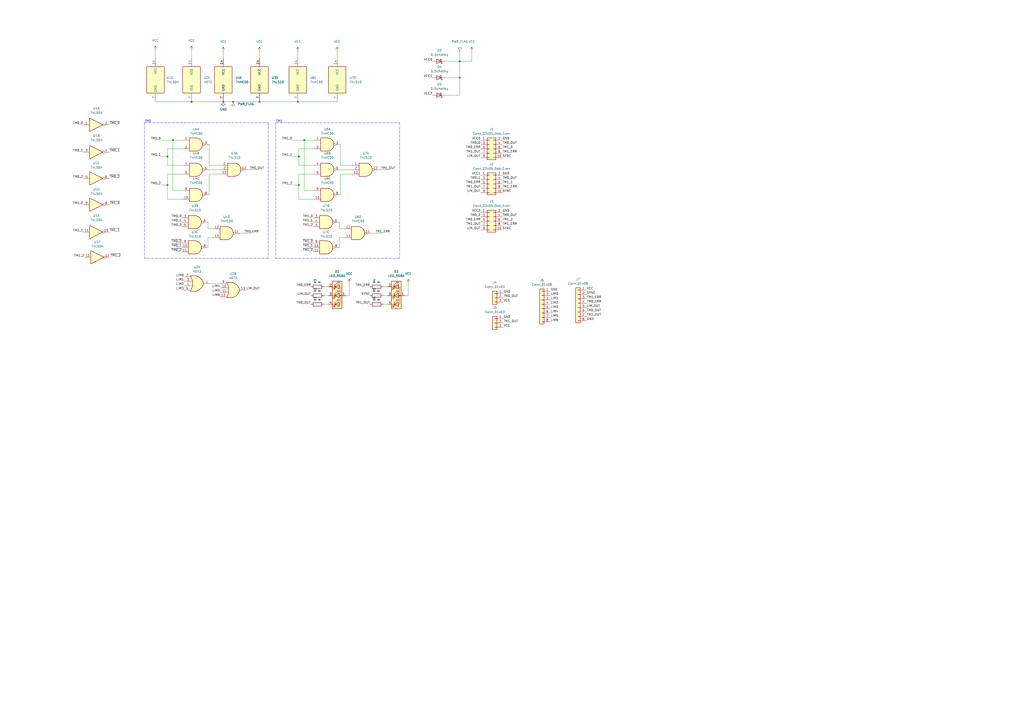
<source format=kicad_sch>
(kicad_sch (version 20211123) (generator eeschema)
  (paper "A2")
  (lib_symbols
    (symbol "4xxx:4072" (pin_names (offset 1.016))
      (property "Reference" "U" (at 0 1.27 0))
      (property "Value" "4072" (at 0 -1.27 0))
      (symbol "4072_1_1"
        (arc (start -3.81 -4.445) (mid -2.5908 0) (end -3.81 4.445) (stroke (width 0.254)))
        (arc (start -0.6096 -4.445) (mid 2.224 -2.8428) (end 3.81 0) (stroke (width 0.254)) (fill (type background)))
        (polyline (pts (xy -3.81 -4.445) (xy -0.635 -4.445)) (stroke (width 0.254)) (fill (type background)))
        (polyline (pts (xy -3.81 4.445) (xy -0.635 4.445)) (stroke (width 0.254)) (fill (type background)))
        (polyline (pts (xy -0.635 4.445) (xy -3.81 4.445) (xy -3.81 4.445) (xy -3.6322 4.0894) (xy -3.0988 2.921) (xy -2.7686 1.6764) (xy -2.6162 0.4318) (xy -2.6416 -0.8636) (xy -2.8702 -2.1082) (xy -3.2512 -3.3274) (xy -3.81 -4.445) (xy -3.81 -4.445) (xy -0.635 -4.445)) (stroke (width -25.4)) (fill (type background)))
        (arc (start 3.81 0) (mid 2.2198 2.8386) (end -0.6096 4.445) (stroke (width 0.254)) (fill (type background)))
        (pin output line (at 7.62 0 180) (length 3.81) (name "~") (number "1"))
        (pin input line (at -7.62 3.81 0) (length 3.81) (name "~") (number "2"))
        (pin input line (at -7.62 1.27 0) (length 4.826) (name "~") (number "3"))
        (pin input line (at -7.62 -1.27 0) (length 4.826) (name "~") (number "4"))
        (pin input line (at -7.62 -3.81 0) (length 3.81) (name "~") (number "5"))
      )
      (symbol "4072_1_2"
        (arc (start -0.635 -4.445) (mid 3.81 0) (end -0.635 4.445) (stroke (width 0.254)) (fill (type background)))
        (polyline (pts (xy -0.635 4.445) (xy -3.81 4.445) (xy -3.81 -4.445) (xy -0.635 -4.445)) (stroke (width 0.254)) (fill (type background)))
        (pin output inverted (at 7.62 0 180) (length 3.81) (name "~") (number "1"))
        (pin input inverted (at -7.62 3.81 0) (length 3.81) (name "~") (number "2"))
        (pin input inverted (at -7.62 1.27 0) (length 3.81) (name "~") (number "3"))
        (pin input inverted (at -7.62 -1.27 0) (length 3.81) (name "~") (number "4"))
        (pin input inverted (at -7.62 -3.81 0) (length 3.81) (name "~") (number "5"))
      )
      (symbol "4072_2_1"
        (arc (start -3.81 -4.445) (mid -2.5908 0) (end -3.81 4.445) (stroke (width 0.254)))
        (arc (start -0.6096 -4.445) (mid 2.224 -2.8428) (end 3.81 0) (stroke (width 0.254)) (fill (type background)))
        (polyline (pts (xy -3.81 -4.445) (xy -0.635 -4.445)) (stroke (width 0.254)) (fill (type background)))
        (polyline (pts (xy -3.81 4.445) (xy -0.635 4.445)) (stroke (width 0.254)) (fill (type background)))
        (polyline (pts (xy -0.635 4.445) (xy -3.81 4.445) (xy -3.81 4.445) (xy -3.6322 4.0894) (xy -3.0988 2.921) (xy -2.7686 1.6764) (xy -2.6162 0.4318) (xy -2.6416 -0.8636) (xy -2.8702 -2.1082) (xy -3.2512 -3.3274) (xy -3.81 -4.445) (xy -3.81 -4.445) (xy -0.635 -4.445)) (stroke (width -25.4)) (fill (type background)))
        (arc (start 3.81 0) (mid 2.2198 2.8386) (end -0.6096 4.445) (stroke (width 0.254)) (fill (type background)))
        (pin input line (at -7.62 1.27 0) (length 4.826) (name "~") (number "10"))
        (pin input line (at -7.62 -1.27 0) (length 4.826) (name "~") (number "11"))
        (pin input line (at -7.62 -3.81 0) (length 3.81) (name "~") (number "12"))
        (pin output line (at 7.62 0 180) (length 3.81) (name "~") (number "13"))
        (pin input line (at -7.62 3.81 0) (length 3.81) (name "~") (number "9"))
      )
      (symbol "4072_2_2"
        (arc (start -0.635 -4.445) (mid 3.81 0) (end -0.635 4.445) (stroke (width 0.254)) (fill (type background)))
        (polyline (pts (xy -0.635 4.445) (xy -3.81 4.445) (xy -3.81 -4.445) (xy -0.635 -4.445)) (stroke (width 0.254)) (fill (type background)))
        (pin input inverted (at -7.62 1.27 0) (length 3.81) (name "~") (number "10"))
        (pin input inverted (at -7.62 -1.27 0) (length 3.81) (name "~") (number "11"))
        (pin input inverted (at -7.62 -3.81 0) (length 3.81) (name "~") (number "12"))
        (pin output inverted (at 7.62 0 180) (length 3.81) (name "~") (number "13"))
        (pin input inverted (at -7.62 3.81 0) (length 3.81) (name "~") (number "9"))
      )
      (symbol "4072_3_0"
        (pin power_in line (at 0 12.7 270) (length 5.08) (name "VDD") (number "14"))
        (pin power_in line (at 0 -12.7 90) (length 5.08) (name "VSS") (number "7"))
      )
      (symbol "4072_3_1"
        (rectangle (start -5.08 7.62) (end 5.08 -7.62) (stroke (width 0.254)) (fill (type background)))
      )
    )
    (symbol "74xx:74HC00" (pin_names (offset 1.016))
      (property "Reference" "U" (at 0 1.27 0))
      (property "Value" "74HC00" (at 0 -1.27 0))
      (symbol "74HC00_1_1"
        (arc (start 0 -3.81) (mid 3.81 0) (end 0 3.81) (stroke (width 0.254)) (fill (type background)))
        (polyline (pts (xy 0 3.81) (xy -3.81 3.81) (xy -3.81 -3.81) (xy 0 -3.81)) (stroke (width 0.254)) (fill (type background)))
        (pin input line (at -7.62 2.54 0) (length 3.81) (name "~") (number "1"))
        (pin input line (at -7.62 -2.54 0) (length 3.81) (name "~") (number "2"))
        (pin output inverted (at 7.62 0 180) (length 3.81) (name "~") (number "3"))
      )
      (symbol "74HC00_1_2"
        (arc (start -3.81 -3.81) (mid -2.589 0) (end -3.81 3.81) (stroke (width 0.254)))
        (arc (start -0.6096 -3.81) (mid 2.1855 -2.584) (end 3.81 0) (stroke (width 0.254)) (fill (type background)))
        (polyline (pts (xy -3.81 -3.81) (xy -0.635 -3.81)) (stroke (width 0.254)) (fill (type background)))
        (polyline (pts (xy -3.81 3.81) (xy -0.635 3.81)) (stroke (width 0.254)) (fill (type background)))
        (polyline (pts (xy -0.635 3.81) (xy -3.81 3.81) (xy -3.81 3.81) (xy -3.556 3.4036) (xy -3.0226 2.2606) (xy -2.6924 1.0414) (xy -2.6162 -0.254) (xy -2.7686 -1.4986) (xy -3.175 -2.7178) (xy -3.81 -3.81) (xy -3.81 -3.81) (xy -0.635 -3.81)) (stroke (width -25.4)) (fill (type background)))
        (arc (start 3.81 0) (mid 2.1928 2.5925) (end -0.6096 3.81) (stroke (width 0.254)) (fill (type background)))
        (pin input inverted (at -7.62 2.54 0) (length 4.318) (name "~") (number "1"))
        (pin input inverted (at -7.62 -2.54 0) (length 4.318) (name "~") (number "2"))
        (pin output line (at 7.62 0 180) (length 3.81) (name "~") (number "3"))
      )
      (symbol "74HC00_2_1"
        (arc (start 0 -3.81) (mid 3.81 0) (end 0 3.81) (stroke (width 0.254)) (fill (type background)))
        (polyline (pts (xy 0 3.81) (xy -3.81 3.81) (xy -3.81 -3.81) (xy 0 -3.81)) (stroke (width 0.254)) (fill (type background)))
        (pin input line (at -7.62 2.54 0) (length 3.81) (name "~") (number "4"))
        (pin input line (at -7.62 -2.54 0) (length 3.81) (name "~") (number "5"))
        (pin output inverted (at 7.62 0 180) (length 3.81) (name "~") (number "6"))
      )
      (symbol "74HC00_2_2"
        (arc (start -3.81 -3.81) (mid -2.589 0) (end -3.81 3.81) (stroke (width 0.254)))
        (arc (start -0.6096 -3.81) (mid 2.1855 -2.584) (end 3.81 0) (stroke (width 0.254)) (fill (type background)))
        (polyline (pts (xy -3.81 -3.81) (xy -0.635 -3.81)) (stroke (width 0.254)) (fill (type background)))
        (polyline (pts (xy -3.81 3.81) (xy -0.635 3.81)) (stroke (width 0.254)) (fill (type background)))
        (polyline (pts (xy -0.635 3.81) (xy -3.81 3.81) (xy -3.81 3.81) (xy -3.556 3.4036) (xy -3.0226 2.2606) (xy -2.6924 1.0414) (xy -2.6162 -0.254) (xy -2.7686 -1.4986) (xy -3.175 -2.7178) (xy -3.81 -3.81) (xy -3.81 -3.81) (xy -0.635 -3.81)) (stroke (width -25.4)) (fill (type background)))
        (arc (start 3.81 0) (mid 2.1928 2.5925) (end -0.6096 3.81) (stroke (width 0.254)) (fill (type background)))
        (pin input inverted (at -7.62 2.54 0) (length 4.318) (name "~") (number "4"))
        (pin input inverted (at -7.62 -2.54 0) (length 4.318) (name "~") (number "5"))
        (pin output line (at 7.62 0 180) (length 3.81) (name "~") (number "6"))
      )
      (symbol "74HC00_3_1"
        (arc (start 0 -3.81) (mid 3.81 0) (end 0 3.81) (stroke (width 0.254)) (fill (type background)))
        (polyline (pts (xy 0 3.81) (xy -3.81 3.81) (xy -3.81 -3.81) (xy 0 -3.81)) (stroke (width 0.254)) (fill (type background)))
        (pin input line (at -7.62 -2.54 0) (length 3.81) (name "~") (number "10"))
        (pin output inverted (at 7.62 0 180) (length 3.81) (name "~") (number "8"))
        (pin input line (at -7.62 2.54 0) (length 3.81) (name "~") (number "9"))
      )
      (symbol "74HC00_3_2"
        (arc (start -3.81 -3.81) (mid -2.589 0) (end -3.81 3.81) (stroke (width 0.254)))
        (arc (start -0.6096 -3.81) (mid 2.1855 -2.584) (end 3.81 0) (stroke (width 0.254)) (fill (type background)))
        (polyline (pts (xy -3.81 -3.81) (xy -0.635 -3.81)) (stroke (width 0.254)) (fill (type background)))
        (polyline (pts (xy -3.81 3.81) (xy -0.635 3.81)) (stroke (width 0.254)) (fill (type background)))
        (polyline (pts (xy -0.635 3.81) (xy -3.81 3.81) (xy -3.81 3.81) (xy -3.556 3.4036) (xy -3.0226 2.2606) (xy -2.6924 1.0414) (xy -2.6162 -0.254) (xy -2.7686 -1.4986) (xy -3.175 -2.7178) (xy -3.81 -3.81) (xy -3.81 -3.81) (xy -0.635 -3.81)) (stroke (width -25.4)) (fill (type background)))
        (arc (start 3.81 0) (mid 2.1928 2.5925) (end -0.6096 3.81) (stroke (width 0.254)) (fill (type background)))
        (pin input inverted (at -7.62 -2.54 0) (length 4.318) (name "~") (number "10"))
        (pin output line (at 7.62 0 180) (length 3.81) (name "~") (number "8"))
        (pin input inverted (at -7.62 2.54 0) (length 4.318) (name "~") (number "9"))
      )
      (symbol "74HC00_4_1"
        (arc (start 0 -3.81) (mid 3.81 0) (end 0 3.81) (stroke (width 0.254)) (fill (type background)))
        (polyline (pts (xy 0 3.81) (xy -3.81 3.81) (xy -3.81 -3.81) (xy 0 -3.81)) (stroke (width 0.254)) (fill (type background)))
        (pin output inverted (at 7.62 0 180) (length 3.81) (name "~") (number "11"))
        (pin input line (at -7.62 2.54 0) (length 3.81) (name "~") (number "12"))
        (pin input line (at -7.62 -2.54 0) (length 3.81) (name "~") (number "13"))
      )
      (symbol "74HC00_4_2"
        (arc (start -3.81 -3.81) (mid -2.589 0) (end -3.81 3.81) (stroke (width 0.254)))
        (arc (start -0.6096 -3.81) (mid 2.1855 -2.584) (end 3.81 0) (stroke (width 0.254)) (fill (type background)))
        (polyline (pts (xy -3.81 -3.81) (xy -0.635 -3.81)) (stroke (width 0.254)) (fill (type background)))
        (polyline (pts (xy -3.81 3.81) (xy -0.635 3.81)) (stroke (width 0.254)) (fill (type background)))
        (polyline (pts (xy -0.635 3.81) (xy -3.81 3.81) (xy -3.81 3.81) (xy -3.556 3.4036) (xy -3.0226 2.2606) (xy -2.6924 1.0414) (xy -2.6162 -0.254) (xy -2.7686 -1.4986) (xy -3.175 -2.7178) (xy -3.81 -3.81) (xy -3.81 -3.81) (xy -0.635 -3.81)) (stroke (width -25.4)) (fill (type background)))
        (arc (start 3.81 0) (mid 2.1928 2.5925) (end -0.6096 3.81) (stroke (width 0.254)) (fill (type background)))
        (pin output line (at 7.62 0 180) (length 3.81) (name "~") (number "11"))
        (pin input inverted (at -7.62 2.54 0) (length 4.318) (name "~") (number "12"))
        (pin input inverted (at -7.62 -2.54 0) (length 4.318) (name "~") (number "13"))
      )
      (symbol "74HC00_5_0"
        (pin power_in line (at 0 12.7 270) (length 5.08) (name "VCC") (number "14"))
        (pin power_in line (at 0 -12.7 90) (length 5.08) (name "GND") (number "7"))
      )
      (symbol "74HC00_5_1"
        (rectangle (start -5.08 7.62) (end 5.08 -7.62) (stroke (width 0.254)) (fill (type background)))
      )
    )
    (symbol "74xx:74LS04"
      (property "Reference" "U" (at 0 1.27 0))
      (property "Value" "74LS04" (at 0 -1.27 0))
      (symbol "74LS04_1_0"
        (polyline (pts (xy -3.81 3.81) (xy -3.81 -3.81) (xy 3.81 0) (xy -3.81 3.81)) (stroke (width 0.254)) (fill (type background)))
        (pin input line (at -7.62 0 0) (length 3.81) (name "~") (number "1"))
        (pin output inverted (at 7.62 0 180) (length 3.81) (name "~") (number "2"))
      )
      (symbol "74LS04_2_0"
        (polyline (pts (xy -3.81 3.81) (xy -3.81 -3.81) (xy 3.81 0) (xy -3.81 3.81)) (stroke (width 0.254)) (fill (type background)))
        (pin input line (at -7.62 0 0) (length 3.81) (name "~") (number "3"))
        (pin output inverted (at 7.62 0 180) (length 3.81) (name "~") (number "4"))
      )
      (symbol "74LS04_3_0"
        (polyline (pts (xy -3.81 3.81) (xy -3.81 -3.81) (xy 3.81 0) (xy -3.81 3.81)) (stroke (width 0.254)) (fill (type background)))
        (pin input line (at -7.62 0 0) (length 3.81) (name "~") (number "5"))
        (pin output inverted (at 7.62 0 180) (length 3.81) (name "~") (number "6"))
      )
      (symbol "74LS04_4_0"
        (polyline (pts (xy -3.81 3.81) (xy -3.81 -3.81) (xy 3.81 0) (xy -3.81 3.81)) (stroke (width 0.254)) (fill (type background)))
        (pin output inverted (at 7.62 0 180) (length 3.81) (name "~") (number "8"))
        (pin input line (at -7.62 0 0) (length 3.81) (name "~") (number "9"))
      )
      (symbol "74LS04_5_0"
        (polyline (pts (xy -3.81 3.81) (xy -3.81 -3.81) (xy 3.81 0) (xy -3.81 3.81)) (stroke (width 0.254)) (fill (type background)))
        (pin output inverted (at 7.62 0 180) (length 3.81) (name "~") (number "10"))
        (pin input line (at -7.62 0 0) (length 3.81) (name "~") (number "11"))
      )
      (symbol "74LS04_6_0"
        (polyline (pts (xy -3.81 3.81) (xy -3.81 -3.81) (xy 3.81 0) (xy -3.81 3.81)) (stroke (width 0.254)) (fill (type background)))
        (pin output inverted (at 7.62 0 180) (length 3.81) (name "~") (number "12"))
        (pin input line (at -7.62 0 0) (length 3.81) (name "~") (number "13"))
      )
      (symbol "74LS04_7_0"
        (pin power_in line (at 0 12.7 270) (length 5.08) (name "VCC") (number "14"))
        (pin power_in line (at 0 -12.7 90) (length 5.08) (name "GND") (number "7"))
      )
      (symbol "74LS04_7_1"
        (rectangle (start -5.08 7.62) (end 5.08 -7.62) (stroke (width 0.254)) (fill (type background)))
      )
    )
    (symbol "74xx:74LS10" (pin_names (offset 1.016))
      (property "Reference" "U" (at 0 1.27 0))
      (property "Value" "74LS10" (at 0 -1.27 0))
      (symbol "74LS10_1_1"
        (arc (start 0 -3.81) (mid 3.81 0) (end 0 3.81) (stroke (width 0.254)) (fill (type background)))
        (polyline (pts (xy 0 3.81) (xy -3.81 3.81) (xy -3.81 -3.81) (xy 0 -3.81)) (stroke (width 0.254)) (fill (type background)))
        (pin input line (at -7.62 2.54 0) (length 3.81) (name "~") (number "1"))
        (pin output inverted (at 7.62 0 180) (length 3.81) (name "~") (number "12"))
        (pin input line (at -7.62 -2.54 0) (length 3.81) (name "~") (number "13"))
        (pin input line (at -7.62 0 0) (length 3.81) (name "~") (number "2"))
      )
      (symbol "74LS10_1_2"
        (arc (start -3.81 -3.81) (mid -2.589 0) (end -3.81 3.81) (stroke (width 0.254)))
        (arc (start -0.6096 -3.81) (mid 2.1855 -2.584) (end 3.81 0) (stroke (width 0.254)) (fill (type background)))
        (polyline (pts (xy -3.81 -3.81) (xy -0.635 -3.81)) (stroke (width 0.254)) (fill (type background)))
        (polyline (pts (xy -3.81 3.81) (xy -0.635 3.81)) (stroke (width 0.254)) (fill (type background)))
        (polyline (pts (xy -0.635 3.81) (xy -3.81 3.81) (xy -3.81 3.81) (xy -3.556 3.4036) (xy -3.0226 2.2606) (xy -2.6924 1.0414) (xy -2.6162 -0.254) (xy -2.7686 -1.4986) (xy -3.175 -2.7178) (xy -3.81 -3.81) (xy -3.81 -3.81) (xy -0.635 -3.81)) (stroke (width -25.4)) (fill (type background)))
        (arc (start 3.81 0) (mid 2.1928 2.5925) (end -0.6096 3.81) (stroke (width 0.254)) (fill (type background)))
        (pin input inverted (at -7.62 2.54 0) (length 4.318) (name "~") (number "1"))
        (pin output line (at 7.62 0 180) (length 3.81) (name "~") (number "12"))
        (pin input inverted (at -7.62 -2.54 0) (length 4.318) (name "~") (number "13"))
        (pin input inverted (at -7.62 0 0) (length 4.953) (name "~") (number "2"))
      )
      (symbol "74LS10_2_1"
        (arc (start 0 -3.81) (mid 3.81 0) (end 0 3.81) (stroke (width 0.254)) (fill (type background)))
        (polyline (pts (xy 0 3.81) (xy -3.81 3.81) (xy -3.81 -3.81) (xy 0 -3.81)) (stroke (width 0.254)) (fill (type background)))
        (pin input line (at -7.62 2.54 0) (length 3.81) (name "~") (number "3"))
        (pin input line (at -7.62 0 0) (length 3.81) (name "~") (number "4"))
        (pin input line (at -7.62 -2.54 0) (length 3.81) (name "~") (number "5"))
        (pin output inverted (at 7.62 0 180) (length 3.81) (name "~") (number "6"))
      )
      (symbol "74LS10_2_2"
        (arc (start -3.81 -3.81) (mid -2.589 0) (end -3.81 3.81) (stroke (width 0.254)))
        (arc (start -0.6096 -3.81) (mid 2.1855 -2.584) (end 3.81 0) (stroke (width 0.254)) (fill (type background)))
        (polyline (pts (xy -3.81 -3.81) (xy -0.635 -3.81)) (stroke (width 0.254)) (fill (type background)))
        (polyline (pts (xy -3.81 3.81) (xy -0.635 3.81)) (stroke (width 0.254)) (fill (type background)))
        (polyline (pts (xy -0.635 3.81) (xy -3.81 3.81) (xy -3.81 3.81) (xy -3.556 3.4036) (xy -3.0226 2.2606) (xy -2.6924 1.0414) (xy -2.6162 -0.254) (xy -2.7686 -1.4986) (xy -3.175 -2.7178) (xy -3.81 -3.81) (xy -3.81 -3.81) (xy -0.635 -3.81)) (stroke (width -25.4)) (fill (type background)))
        (arc (start 3.81 0) (mid 2.1928 2.5925) (end -0.6096 3.81) (stroke (width 0.254)) (fill (type background)))
        (pin input inverted (at -7.62 2.54 0) (length 4.318) (name "~") (number "3"))
        (pin input inverted (at -7.62 0 0) (length 4.953) (name "~") (number "4"))
        (pin input inverted (at -7.62 -2.54 0) (length 4.318) (name "~") (number "5"))
        (pin output line (at 7.62 0 180) (length 3.81) (name "~") (number "6"))
      )
      (symbol "74LS10_3_1"
        (arc (start 0 -3.81) (mid 3.81 0) (end 0 3.81) (stroke (width 0.254)) (fill (type background)))
        (polyline (pts (xy 0 3.81) (xy -3.81 3.81) (xy -3.81 -3.81) (xy 0 -3.81)) (stroke (width 0.254)) (fill (type background)))
        (pin input line (at -7.62 0 0) (length 3.81) (name "~") (number "10"))
        (pin input line (at -7.62 -2.54 0) (length 3.81) (name "~") (number "11"))
        (pin output inverted (at 7.62 0 180) (length 3.81) (name "~") (number "8"))
        (pin input line (at -7.62 2.54 0) (length 3.81) (name "~") (number "9"))
      )
      (symbol "74LS10_3_2"
        (arc (start -3.81 -3.81) (mid -2.589 0) (end -3.81 3.81) (stroke (width 0.254)))
        (arc (start -0.6096 -3.81) (mid 2.1855 -2.584) (end 3.81 0) (stroke (width 0.254)) (fill (type background)))
        (polyline (pts (xy -3.81 -3.81) (xy -0.635 -3.81)) (stroke (width 0.254)) (fill (type background)))
        (polyline (pts (xy -3.81 3.81) (xy -0.635 3.81)) (stroke (width 0.254)) (fill (type background)))
        (polyline (pts (xy -0.635 3.81) (xy -3.81 3.81) (xy -3.81 3.81) (xy -3.556 3.4036) (xy -3.0226 2.2606) (xy -2.6924 1.0414) (xy -2.6162 -0.254) (xy -2.7686 -1.4986) (xy -3.175 -2.7178) (xy -3.81 -3.81) (xy -3.81 -3.81) (xy -0.635 -3.81)) (stroke (width -25.4)) (fill (type background)))
        (arc (start 3.81 0) (mid 2.1928 2.5925) (end -0.6096 3.81) (stroke (width 0.254)) (fill (type background)))
        (pin input inverted (at -7.62 0 0) (length 4.953) (name "~") (number "10"))
        (pin input inverted (at -7.62 -2.54 0) (length 4.318) (name "~") (number "11"))
        (pin output line (at 7.62 0 180) (length 3.81) (name "~") (number "8"))
        (pin input inverted (at -7.62 2.54 0) (length 4.318) (name "~") (number "9"))
      )
      (symbol "74LS10_4_0"
        (pin power_in line (at 0 12.7 270) (length 5.08) (name "VCC") (number "14"))
        (pin power_in line (at 0 -12.7 90) (length 5.08) (name "GND") (number "7"))
      )
      (symbol "74LS10_4_1"
        (rectangle (start -5.08 7.62) (end 5.08 -7.62) (stroke (width 0.254)) (fill (type background)))
      )
    )
    (symbol "Connector_Generic:Conn_01x03" (pin_names (offset 1.016) hide)
      (property "Reference" "J" (at 0 5.08 0))
      (property "Value" "Conn_01x03" (at 0 -5.08 0))
      (symbol "Conn_01x03_1_1"
        (rectangle (start -1.27 -2.413) (end 0 -2.667) (stroke (width 0.1524)))
        (rectangle (start -1.27 0.127) (end 0 -0.127) (stroke (width 0.1524)))
        (rectangle (start -1.27 2.667) (end 0 2.413) (stroke (width 0.1524)))
        (rectangle (start -1.27 3.81) (end 1.27 -3.81) (stroke (width 0.254)) (fill (type background)))
        (pin passive line (at -5.08 2.54 0) (length 3.81) (name "Pin_1") (number "1"))
        (pin passive line (at -5.08 0 0) (length 3.81) (name "Pin_2") (number "2"))
        (pin passive line (at -5.08 -2.54 0) (length 3.81) (name "Pin_3") (number "3"))
      )
    )
    (symbol "Connector_Generic:Conn_01x08" (pin_names (offset 1.016) hide)
      (property "Reference" "J" (at 0 10.16 0))
      (property "Value" "Conn_01x08" (at 0 -12.7 0))
      (symbol "Conn_01x08_1_1"
        (rectangle (start -1.27 -10.033) (end 0 -10.287) (stroke (width 0.1524)))
        (rectangle (start -1.27 -7.493) (end 0 -7.747) (stroke (width 0.1524)))
        (rectangle (start -1.27 -4.953) (end 0 -5.207) (stroke (width 0.1524)))
        (rectangle (start -1.27 -2.413) (end 0 -2.667) (stroke (width 0.1524)))
        (rectangle (start -1.27 0.127) (end 0 -0.127) (stroke (width 0.1524)))
        (rectangle (start -1.27 2.667) (end 0 2.413) (stroke (width 0.1524)))
        (rectangle (start -1.27 5.207) (end 0 4.953) (stroke (width 0.1524)))
        (rectangle (start -1.27 7.747) (end 0 7.493) (stroke (width 0.1524)))
        (rectangle (start -1.27 8.89) (end 1.27 -11.43) (stroke (width 0.254)) (fill (type background)))
        (pin passive line (at -5.08 7.62 0) (length 3.81) (name "Pin_1") (number "1"))
        (pin passive line (at -5.08 5.08 0) (length 3.81) (name "Pin_2") (number "2"))
        (pin passive line (at -5.08 2.54 0) (length 3.81) (name "Pin_3") (number "3"))
        (pin passive line (at -5.08 0 0) (length 3.81) (name "Pin_4") (number "4"))
        (pin passive line (at -5.08 -2.54 0) (length 3.81) (name "Pin_5") (number "5"))
        (pin passive line (at -5.08 -5.08 0) (length 3.81) (name "Pin_6") (number "6"))
        (pin passive line (at -5.08 -7.62 0) (length 3.81) (name "Pin_7") (number "7"))
        (pin passive line (at -5.08 -10.16 0) (length 3.81) (name "Pin_8") (number "8"))
      )
    )
    (symbol "Connector_Generic:Conn_02x05_Odd_Even" (pin_names (offset 1.016) hide)
      (property "Reference" "J" (at 1.27 7.62 0))
      (property "Value" "Conn_02x05_Odd_Even" (at 1.27 -7.62 0))
      (symbol "Conn_02x05_Odd_Even_1_1"
        (rectangle (start -1.27 -4.953) (end 0 -5.207) (stroke (width 0.1524)))
        (rectangle (start -1.27 -2.413) (end 0 -2.667) (stroke (width 0.1524)))
        (rectangle (start -1.27 0.127) (end 0 -0.127) (stroke (width 0.1524)))
        (rectangle (start -1.27 2.667) (end 0 2.413) (stroke (width 0.1524)))
        (rectangle (start -1.27 5.207) (end 0 4.953) (stroke (width 0.1524)))
        (rectangle (start -1.27 6.35) (end 3.81 -6.35) (stroke (width 0.254)) (fill (type background)))
        (rectangle (start 3.81 -4.953) (end 2.54 -5.207) (stroke (width 0.1524)))
        (rectangle (start 3.81 -2.413) (end 2.54 -2.667) (stroke (width 0.1524)))
        (rectangle (start 3.81 0.127) (end 2.54 -0.127) (stroke (width 0.1524)))
        (rectangle (start 3.81 2.667) (end 2.54 2.413) (stroke (width 0.1524)))
        (rectangle (start 3.81 5.207) (end 2.54 4.953) (stroke (width 0.1524)))
        (pin passive line (at -5.08 5.08 0) (length 3.81) (name "Pin_1") (number "1"))
        (pin passive line (at 7.62 -5.08 180) (length 3.81) (name "Pin_10") (number "10"))
        (pin passive line (at 7.62 5.08 180) (length 3.81) (name "Pin_2") (number "2"))
        (pin passive line (at -5.08 2.54 0) (length 3.81) (name "Pin_3") (number "3"))
        (pin passive line (at 7.62 2.54 180) (length 3.81) (name "Pin_4") (number "4"))
        (pin passive line (at -5.08 0 0) (length 3.81) (name "Pin_5") (number "5"))
        (pin passive line (at 7.62 0 180) (length 3.81) (name "Pin_6") (number "6"))
        (pin passive line (at -5.08 -2.54 0) (length 3.81) (name "Pin_7") (number "7"))
        (pin passive line (at 7.62 -2.54 180) (length 3.81) (name "Pin_8") (number "8"))
        (pin passive line (at -5.08 -5.08 0) (length 3.81) (name "Pin_9") (number "9"))
      )
    )
    (symbol "Device:D_Schottky" (pin_numbers hide) (pin_names (offset 1.016) hide)
      (property "Reference" "D" (at 0 2.54 0))
      (property "Value" "D_Schottky" (at 0 -2.54 0))
      (symbol "D_Schottky_0_1"
        (polyline (pts (xy 1.27 0) (xy -1.27 0)))
        (polyline (pts (xy 1.27 1.27) (xy 1.27 -1.27) (xy -1.27 0) (xy 1.27 1.27)) (stroke (width 0.254)))
        (polyline (pts (xy -1.905 0.635) (xy -1.905 1.27) (xy -1.27 1.27) (xy -1.27 -1.27) (xy -0.635 -1.27) (xy -0.635 -0.635)) (stroke (width 0.254)))
      )
      (symbol "D_Schottky_1_1"
        (pin passive line (at -3.81 0 0) (length 2.54) (name "K") (number "1"))
        (pin passive line (at 3.81 0 180) (length 2.54) (name "A") (number "2"))
      )
    )
    (symbol "Device:R" (pin_numbers hide) (pin_names (offset 0))
      (property "Reference" "R" (at 2.032 0 90))
      (property "Value" "R" (at 0 0 90))
      (symbol "R_0_1"
        (rectangle (start -1.016 -2.54) (end 1.016 2.54) (stroke (width 0.254)))
      )
      (symbol "R_1_1"
        (pin passive line (at 0 3.81 270) (length 1.27) (name "~") (number "1"))
        (pin passive line (at 0 -3.81 90) (length 1.27) (name "~") (number "2"))
      )
    )
    (symbol "LED_RGBA_1" (pin_names (offset 0) hide)
      (property "Reference" "D1" (at 0 13.97 0))
      (property "Value" "LED_RGBA" (at 0 11.43 0))
      (symbol "LED_RGBA_1_0_0"
        (text "B" (at -1.905 -6.35 0) (effects (font (size 1.27 1.27))))
        (text "G" (at -1.905 -1.27 0) (effects (font (size 1.27 1.27))))
        (text "R" (at -1.905 3.81 0) (effects (font (size 1.27 1.27))))
      )
      (symbol "LED_RGBA_1_0_1"
        (polyline (pts (xy -1.27 -5.08) (xy -2.54 -5.08)))
        (polyline (pts (xy -1.27 -5.08) (xy 1.27 -5.08)))
        (polyline (pts (xy -1.27 -3.81) (xy -1.27 -6.35)) (stroke (width 0.254)))
        (polyline (pts (xy -1.27 0) (xy -2.54 0)))
        (polyline (pts (xy -1.27 1.27) (xy -1.27 -1.27)) (stroke (width 0.254)))
        (polyline (pts (xy -1.27 5.08) (xy -2.54 5.08)))
        (polyline (pts (xy -1.27 5.08) (xy 1.27 5.08)))
        (polyline (pts (xy -1.27 6.35) (xy -1.27 3.81)) (stroke (width 0.254)))
        (polyline (pts (xy 1.27 0) (xy -1.27 0)))
        (polyline (pts (xy 1.27 0) (xy 2.54 0)))
        (polyline (pts (xy -1.27 1.27) (xy -1.27 -1.27) (xy -1.27 -1.27)))
        (polyline (pts (xy -1.27 6.35) (xy -1.27 3.81) (xy -1.27 3.81)))
        (polyline (pts (xy 1.27 -5.08) (xy 2.032 -5.08) (xy 2.032 5.08) (xy 1.27 5.08)))
        (polyline (pts (xy 1.27 -3.81) (xy 1.27 -6.35) (xy -1.27 -5.08) (xy 1.27 -3.81)) (stroke (width 0.254)))
        (polyline (pts (xy 1.27 1.27) (xy 1.27 -1.27) (xy -1.27 0) (xy 1.27 1.27)) (stroke (width 0.254)))
        (polyline (pts (xy 1.27 6.35) (xy 1.27 3.81) (xy -1.27 5.08) (xy 1.27 6.35)) (stroke (width 0.254)))
        (polyline (pts (xy -1.016 -3.81) (xy 0.508 -2.286) (xy -0.254 -2.286) (xy 0.508 -2.286) (xy 0.508 -3.048)))
        (polyline (pts (xy -1.016 1.27) (xy 0.508 2.794) (xy -0.254 2.794) (xy 0.508 2.794) (xy 0.508 2.032)))
        (polyline (pts (xy -1.016 6.35) (xy 0.508 7.874) (xy -0.254 7.874) (xy 0.508 7.874) (xy 0.508 7.112)))
        (polyline (pts (xy 0 -3.81) (xy 1.524 -2.286) (xy 0.762 -2.286) (xy 1.524 -2.286) (xy 1.524 -3.048)))
        (polyline (pts (xy 0 1.27) (xy 1.524 2.794) (xy 0.762 2.794) (xy 1.524 2.794) (xy 1.524 2.032)))
        (polyline (pts (xy 0 6.35) (xy 1.524 7.874) (xy 0.762 7.874) (xy 1.524 7.874) (xy 1.524 7.112)))
        (rectangle (start 1.27 -1.27) (end 1.27 1.27))
        (rectangle (start 1.27 1.27) (end 1.27 1.27))
        (rectangle (start 1.27 3.81) (end 1.27 6.35))
        (rectangle (start 1.27 6.35) (end 1.27 6.35))
        (circle (center 2.032 0) (radius 0.254) (fill (type outline)))
        (rectangle (start 2.794 8.382) (end -2.794 -7.62) (stroke (width 0.254)) (fill (type background)))
      )
      (symbol "LED_RGBA_1_1_1"
        (pin passive line (at 5.08 0 180) (length 2.54) (name "A") (number "1"))
        (pin passive line (at -5.08 5.08 0) (length 2.54) (name "RK") (number "2"))
        (pin passive line (at -5.08 0 0) (length 2.54) (name "GK") (number "3"))
        (pin passive line (at -5.08 -5.08 0) (length 2.54) (name "BK") (number "4"))
      )
    )
    (symbol "power:GND" (power) (pin_names (offset 0))
      (property "Value" "GND" (at 0 -3.81 0))
      (symbol "GND_0_1"
        (polyline (pts (xy 0 0) (xy 0 -1.27) (xy 1.27 -1.27) (xy 0 -2.54) (xy -1.27 -1.27) (xy 0 -1.27)))
      )
      (symbol "GND_1_1"
        (pin power_in line (at 0 0 270) (length 0) hide (name "GND") (number "1"))
      )
    )
    (symbol "power:PWR_FLAG" (power) (pin_numbers hide) (pin_names (offset 0) hide)
      (property "Value" "PWR_FLAG" (at 0 3.81 0))
      (symbol "PWR_FLAG_0_0"
        (pin power_out line (at 0 0 90) (length 0) (name "pwr") (number "1"))
      )
      (symbol "PWR_FLAG_0_1"
        (polyline (pts (xy 0 0) (xy 0 1.27) (xy -1.016 1.905) (xy 0 2.54) (xy 1.016 1.905) (xy 0 1.27)))
      )
    )
    (symbol "power:VCC" (power) (pin_names (offset 0))
      (property "Value" "VCC" (at 0 3.81 0))
      (symbol "VCC_0_1"
        (polyline (pts (xy -0.762 1.27) (xy 0 2.54)))
        (polyline (pts (xy 0 0) (xy 0 2.54)))
        (polyline (pts (xy 0 2.54) (xy 0.762 1.27)))
      )
      (symbol "VCC_1_1"
        (pin power_in line (at 0 0 90) (length 0) hide (name "VCC") (number "1"))
      )
    )
  )
  (junction (at 176.53 81.28))
  (junction (at 173.355 90.805))
  (junction (at 97.155 107.315))
  (junction (at 100.33 81.28))
  (junction (at 97.155 90.805))
  (junction (at 111.125 59.055))
  (junction (at 172.72 59.055))
  (junction (at 150.495 59.055))
  (junction (at 173.355 107.315))
  (junction (at 129.54 59.055))
  (junction (at 266.7 35.56))
  (junction (at 266.7 45.085))
  (junction (at 135.255 59.055))
  (wire (pts (xy 97.155 86.36) (xy 97.155 90.805)))
  (wire (pts (xy 196.85 132.715) (xy 200.025 132.715)))
  (wire (pts (xy 172.72 29.845) (xy 172.72 33.655)))
  (polyline (pts (xy 155.575 71.12) (xy 155.575 149.86)))
  (wire (pts (xy 111.125 29.21) (xy 111.125 33.655)))
  (wire (pts (xy 169.545 107.315) (xy 173.355 107.315)))
  (wire (pts (xy 222.25 166.37) (xy 224.79 166.37)))
  (wire (pts (xy 173.355 115.57) (xy 182.245 115.57)))
  (wire (pts (xy 187.96 176.53) (xy 190.5 176.53)))
  (wire (pts (xy 120.65 137.795) (xy 123.825 137.795)))
  (wire (pts (xy 97.155 95.885) (xy 106.045 95.885)))
  (wire (pts (xy 258.445 35.56) (xy 266.7 35.56)))
  (polyline (pts (xy 231.775 71.12) (xy 231.775 149.86)))
  (wire (pts (xy 129.54 29.845) (xy 129.54 33.655)))
  (wire (pts (xy 173.355 95.885) (xy 182.245 95.885)))
  (wire (pts (xy 150.495 59.055) (xy 172.72 59.055)))
  (wire (pts (xy 182.245 100.965) (xy 173.355 100.965)))
  (wire (pts (xy 121.92 164.465) (xy 127.635 164.465)))
  (wire (pts (xy 172.72 59.055) (xy 195.58 59.055)))
  (wire (pts (xy 197.485 98.425) (xy 204.47 98.425)))
  (wire (pts (xy 111.125 59.055) (xy 129.54 59.055)))
  (wire (pts (xy 196.85 143.51) (xy 196.85 137.795)))
  (polyline (pts (xy 160.02 71.12) (xy 231.775 71.12)))
  (wire (pts (xy 258.445 45.085) (xy 266.7 45.085)))
  (wire (pts (xy 129.54 59.055) (xy 135.255 59.055)))
  (wire (pts (xy 121.285 113.03) (xy 121.285 100.965)))
  (wire (pts (xy 169.545 90.805) (xy 173.355 90.805)))
  (wire (pts (xy 273.685 35.56) (xy 273.685 29.845)))
  (wire (pts (xy 176.53 110.49) (xy 182.245 110.49)))
  (wire (pts (xy 97.155 115.57) (xy 106.045 115.57)))
  (polyline (pts (xy 160.02 71.12) (xy 160.02 149.86)))
  (wire (pts (xy 266.7 35.56) (xy 273.685 35.56)))
  (wire (pts (xy 197.485 113.03) (xy 197.485 100.965)))
  (wire (pts (xy 258.445 55.245) (xy 266.7 55.245)))
  (wire (pts (xy 93.345 107.315) (xy 97.155 107.315)))
  (wire (pts (xy 120.65 143.51) (xy 120.65 137.795)))
  (wire (pts (xy 200.66 171.45) (xy 202.565 171.45)))
  (wire (pts (xy 236.855 164.465) (xy 236.855 171.45)))
  (wire (pts (xy 215.265 135.255) (xy 221.615 135.255)))
  (wire (pts (xy 266.7 45.085) (xy 266.7 55.245)))
  (wire (pts (xy 176.53 81.28) (xy 176.53 110.49)))
  (wire (pts (xy 197.485 100.965) (xy 204.47 100.965)))
  (wire (pts (xy 93.345 81.28) (xy 100.33 81.28)))
  (wire (pts (xy 222.25 176.53) (xy 224.79 176.53)))
  (wire (pts (xy 234.95 171.45) (xy 236.855 171.45)))
  (wire (pts (xy 187.96 166.37) (xy 190.5 166.37)))
  (wire (pts (xy 182.245 86.36) (xy 173.355 86.36)))
  (wire (pts (xy 173.355 100.965) (xy 173.355 107.315)))
  (wire (pts (xy 106.045 86.36) (xy 97.155 86.36)))
  (wire (pts (xy 187.96 171.45) (xy 190.5 171.45)))
  (wire (pts (xy 120.65 132.715) (xy 123.825 132.715)))
  (wire (pts (xy 197.485 83.82) (xy 197.485 95.885)))
  (polyline (pts (xy 83.82 71.12) (xy 83.82 149.86)))
  (wire (pts (xy 93.345 90.805) (xy 97.155 90.805)))
  (wire (pts (xy 197.485 95.885) (xy 204.47 95.885)))
  (wire (pts (xy 121.285 95.885) (xy 128.27 95.885)))
  (wire (pts (xy 100.33 81.28) (xy 100.33 110.49)))
  (wire (pts (xy 266.7 35.56) (xy 266.7 45.085)))
  (wire (pts (xy 196.85 137.795) (xy 200.025 137.795)))
  (polyline (pts (xy 83.82 71.12) (xy 155.575 71.12)))
  (polyline (pts (xy 231.775 149.86) (xy 160.02 149.86)))
  (wire (pts (xy 143.51 98.425) (xy 149.86 98.425)))
  (wire (pts (xy 139.065 135.255) (xy 145.415 135.255)))
  (wire (pts (xy 173.355 90.805) (xy 173.355 95.885)))
  (wire (pts (xy 202.565 164.465) (xy 202.565 171.45)))
  (wire (pts (xy 222.25 171.45) (xy 224.79 171.45)))
  (wire (pts (xy 120.65 128.905) (xy 120.65 132.715)))
  (wire (pts (xy 196.85 128.905) (xy 196.85 132.715)))
  (wire (pts (xy 90.17 59.055) (xy 111.125 59.055)))
  (wire (pts (xy 150.495 29.845) (xy 150.495 33.655)))
  (wire (pts (xy 100.33 110.49) (xy 106.045 110.49)))
  (wire (pts (xy 135.255 59.055) (xy 150.495 59.055)))
  (wire (pts (xy 173.355 86.36) (xy 173.355 90.805)))
  (wire (pts (xy 97.155 90.805) (xy 97.155 95.885)))
  (wire (pts (xy 106.045 81.28) (xy 100.33 81.28)))
  (wire (pts (xy 97.155 107.315) (xy 97.155 115.57)))
  (wire (pts (xy 121.285 100.965) (xy 128.27 100.965)))
  (wire (pts (xy 266.7 29.845) (xy 266.7 35.56)))
  (wire (pts (xy 97.155 100.965) (xy 97.155 107.315)))
  (wire (pts (xy 121.285 83.82) (xy 121.285 95.885)))
  (wire (pts (xy 169.545 81.28) (xy 176.53 81.28)))
  (wire (pts (xy 121.285 98.425) (xy 128.27 98.425)))
  (wire (pts (xy 173.355 107.315) (xy 173.355 115.57)))
  (wire (pts (xy 90.17 29.21) (xy 90.17 33.655)))
  (wire (pts (xy 106.045 100.965) (xy 97.155 100.965)))
  (wire (pts (xy 219.71 98.425) (xy 226.06 98.425)))
  (polyline (pts (xy 155.575 149.86) (xy 83.82 149.86)))
  (wire (pts (xy 195.58 29.845) (xy 195.58 33.655)))
  (wire (pts (xy 182.245 81.28) (xy 176.53 81.28)))
  (text "TM1" (at 160.02 71.12 0) (effects (font (size 1.27 1.27)) (justify left bottom)))
  (text "TM0" (at 83.82 71.12 0) (effects (font (size 1.27 1.27)) (justify left bottom)))
  (label "TM0_0" (at 48.26 72.39 180))
  (label "TM0_ERR" (at 180.34 166.37 180))
  (label "GND" (at 292.1 170.18 0))
  (label "TM0_0" (at 278.765 83.82 180))
  (label "TM1_2" (at 48.895 149.225 180))
  (label "TM1_OUT" (at 292.1 187.325 0))
  (label "TM1_OUT" (at 214.63 176.53 180))
  (label "TM1_OUT" (at 220.98 98.425 0))
  (label "TM0_ERR" (at 278.765 86.36 180))
  (label "TM0_2" (at 105.41 131.445 180))
  (label "TM1_OUT" (at 278.765 130.81 180))
  (label "TM0_ERR" (at 278.765 128.27 180))
  (label "LIM_OUT" (at 278.765 111.76 180))
  (label "TM0_OUT" (at 144.78 98.425 0))
  (label "~{TM1_2}" (at 64.135 149.225 0))
  (label "TM1_ERR" (at 214.63 166.37 180))
  (label "SYNC" (at 291.465 133.35 0))
  (label "TM0_0" (at 105.41 126.365 180))
  (label "TM1_OUT" (at 278.765 109.22 180))
  (label "LIM1" (at 106.68 163.195 180))
  (label "~{TM0_2}" (at 105.41 146.05 180))
  (label "~{TM0_0}" (at 63.5 72.39 0))
  (label "GND" (at 340.36 186.055 0))
  (label "LIM6" (at 319.405 186.69 0))
  (label "TM0_ERR" (at 278.765 106.68 180))
  (label "TM1_ERR" (at 217.805 135.255 0))
  (label "VCC2" (at 278.765 123.19 180))
  (label "LIM5" (at 319.405 184.15 0))
  (label "VCC" (at 292.1 175.26 0))
  (label "LIM0" (at 319.405 171.45 0))
  (label "TM0_OUT" (at 180.34 176.53 180))
  (label "TM1_0" (at 48.26 118.745 180))
  (label "LIM2" (at 106.68 165.735 180))
  (label "SYNC" (at 214.63 171.45 180))
  (label "LIM2" (at 319.405 176.53 0))
  (label "TM1_0" (at 169.545 81.28 180))
  (label "~{TM0_1}" (at 105.41 143.51 180))
  (label "TM0_1" (at 48.26 88.265 180))
  (label "TM1_ERR" (at 291.465 88.9 0))
  (label "TM1_OUT" (at 278.765 88.9 180))
  (label "~{TM1_1}" (at 181.61 143.51 180))
  (label "TM1_1" (at 291.465 106.68 0))
  (label "GND" (at 291.465 123.19 0))
  (label "TM1_OUT" (at 340.36 183.515 0))
  (label "~{TM1_0}" (at 181.61 140.97 180))
  (label "TM1_2" (at 291.465 128.27 0))
  (label "TM1_2" (at 181.61 131.445 180))
  (label "TM0_OUT" (at 291.465 104.14 0))
  (label "TM0_2" (at 93.345 107.315 180))
  (label "LIM_OUT" (at 142.875 168.275 0))
  (label "TM1_2" (at 169.545 107.315 180))
  (label "TM0_OUT" (at 292.1 172.72 0))
  (label "~{TM1_1}" (at 63.5 134.62 0))
  (label "TM1_0" (at 291.465 86.36 0))
  (label "LIM3" (at 106.68 168.275 180))
  (label "TM0_2" (at 278.765 125.73 180))
  (label "LIM_OUT" (at 180.34 171.45 180))
  (label "VCC0" (at 250.825 35.56 180))
  (label "~{TM1_2}" (at 181.61 146.05 180))
  (label "TM1_1" (at 181.61 128.905 180))
  (label "TM0_1" (at 105.41 128.905 180))
  (label "LIM_OUT" (at 340.36 178.435 0))
  (label "LIM3" (at 319.405 179.07 0))
  (label "SYNC" (at 340.36 170.815 0))
  (label "GND" (at 291.465 81.28 0))
  (label "TM0_OUT" (at 291.465 125.73 0))
  (label "TM1_0" (at 181.61 126.365 180))
  (label "GND" (at 291.465 101.6 0))
  (label "~{TM0_2}" (at 63.5 103.505 0))
  (label "TM0_OUT" (at 340.36 180.975 0))
  (label "TM0_ERR" (at 340.36 175.895 0))
  (label "TM0_1" (at 93.345 90.805 180))
  (label "LIM_OUT" (at 278.765 91.44 180))
  (label "LIM4" (at 127.635 167.005 180))
  (label "LIM_OUT" (at 278.765 133.35 180))
  (label "VCC" (at 292.1 189.865 0))
  (label "TM1_1" (at 169.545 90.805 180))
  (label "SYNC" (at 291.465 91.44 0))
  (label "TM0_ERR" (at 141.605 135.255 0))
  (label "LIM4" (at 319.405 181.61 0))
  (label "~{TM1_0}" (at 63.5 118.745 0))
  (label "TM0_1" (at 278.765 104.14 180))
  (label "VCC2" (at 250.825 55.245 180))
  (label "VCC" (at 340.36 168.275 0))
  (label "GND" (at 292.1 184.785 0))
  (label "TM1_1" (at 48.26 134.62 180))
  (label "TM0_OUT" (at 291.465 83.82 0))
  (label "LIM1" (at 319.405 173.99 0))
  (label "LIM5" (at 127.635 169.545 180))
  (label "TM0_2" (at 48.26 103.505 180))
  (label "VCC0" (at 278.765 81.28 180))
  (label "LIM0" (at 106.68 160.655 180))
  (label "~{TM0_0}" (at 105.41 140.97 180))
  (label "TM1_ERR" (at 291.465 130.81 0))
  (label "VCC1" (at 250.825 45.085 180))
  (label "TM0_0" (at 93.345 81.28 180))
  (label "TM1_ERR" (at 340.36 173.355 0))
  (label "VCC1" (at 278.765 101.6 180))
  (label "GND" (at 319.405 168.91 0))
  (label "TM1_ERR" (at 291.465 109.22 0))
  (label "LIM6" (at 127.635 172.085 180))
  (label "~{TM0_1}" (at 63.5 88.265 0))
  (label "SYNC" (at 291.465 111.76 0))
  (symbol (lib_id "power:VCC") (at 150.495 29.845 0) (unit 1)
    (property "Reference" "#PWR0106" (effects hide))
    (property "Value" "VCC" (at 150.495 24.13 0))
  )
  (symbol (lib_id "power:VCC") (at 195.58 29.845 0) (unit 1)
    (property "Reference" "#PWR0108" (effects hide))
    (property "Value" "VCC" (at 195.58 24.13 0))
  )
  (symbol (lib_id "power:VCC") (at 172.72 29.845 0) (unit 1)
    (property "Reference" "#PWR0107" (effects hide))
    (property "Value" "VCC" (at 172.72 24.13 0))
  )
  (symbol (lib_id "74xx:74HC00") (at 189.865 83.82 0) (unit 1)
    (property "Reference" "U6" (at 189.865 74.93 0))
    (property "Value" "74HC00" (at 189.865 77.47 0))
    (property "Footprint" "Package_SO:SOIC-14_3.9x8.7mm_P1.27mm" (effects hide))
    (property "Datasheet" "http://www.ti.com/lit/gpn/sn74hc00" (effects hide))
  )
  (symbol (lib_id "Device:R") (at 184.15 166.37 90) (unit 1)
    (property "Reference" "R3" (at 182.8799 164.465 0) (effects (justify left)))
    (property "Value" "R" (at 185.4199 164.465 0) (effects (justify left)))
    (property "Footprint" "Resistor_SMD:R_0603_1608Metric_Pad0.98x0.95mm_HandSolder" (effects hide))
  )
  (symbol (lib_id "Connector_Generic:Conn_01x03") (at 287.02 187.325 0) (mirror y) (unit 1)
    (property "Reference" "J5" (at 287.02 178.435 0))
    (property "Value" "Conn_01x03" (at 287.02 180.975 0))
    (property "Footprint" "Connector_JST:JST_PH_B3B-PH-K_1x03_P2.00mm_Vertical" (effects hide))
  )
  (symbol (lib_id "power:PWR_FLAG") (at 266.7 29.845 0) (unit 1)
    (property "Reference" "#FLG0101" (effects hide))
    (property "Value" "PWR_FLAG" (at 266.7 24.13 0))
  )
  (symbol (lib_id "74xx:74HC00") (at 129.54 46.355 0) (unit 5)
    (property "Reference" "U4" (at 136.525 45.0849 0) (effects (justify left)))
    (property "Value" "74HC00" (at 136.525 47.6249 0) (effects (justify left)))
    (property "Footprint" "Package_SO:SOIC-14_3.9x8.7mm_P1.27mm" (effects hide))
    (property "Datasheet" "http://www.ti.com/lit/gpn/sn74hc00" (effects hide))
  )
  (symbol (lib_id "74xx:74HC00") (at 172.72 46.355 0) (unit 5)
    (property "Reference" "U6" (at 179.705 45.0849 0) (effects (justify left)))
    (property "Value" "74HC00" (at 179.705 47.6249 0) (effects (justify left)))
    (property "Footprint" "Package_SO:SOIC-14_3.9x8.7mm_P1.27mm" (effects hide))
    (property "Datasheet" "http://www.ti.com/lit/gpn/sn74hc00" (effects hide))
  )
  (symbol (lib_id "74xx:74HC00") (at 207.645 135.255 0) (unit 4)
    (property "Reference" "U6" (at 207.645 125.73 0))
    (property "Value" "74HC00" (at 207.645 128.27 0))
    (property "Footprint" "Package_SO:SOIC-14_3.9x8.7mm_P1.27mm" (effects hide))
    (property "Datasheet" "http://www.ti.com/lit/gpn/sn74hc00" (effects hide))
  )
  (symbol (lib_id "power:VCC") (at 273.685 29.845 0) (unit 1)
    (property "Reference" "#PWR0105" (effects hide))
    (property "Value" "VCC" (at 273.685 24.13 0))
  )
  (symbol (lib_id "Device:R") (at 184.15 176.53 90) (unit 1)
    (property "Reference" "R1" (at 182.8799 174.625 0) (effects (justify left)))
    (property "Value" "R" (at 185.4199 174.625 0) (effects (justify left)))
    (property "Footprint" "Resistor_SMD:R_0603_1608Metric_Pad0.98x0.95mm_HandSolder" (effects hide))
  )
  (symbol (lib_id "74xx:74LS10") (at 150.495 46.355 0) (unit 4)
    (property "Reference" "U3" (at 157.48 45.0849 0) (effects (justify left)))
    (property "Value" "74LS10" (at 157.48 47.6249 0) (effects (justify left)))
    (property "Footprint" "Package_SO:TSSOP-14_4.4x5mm_P0.65mm" (effects hide))
    (property "Datasheet" "http://www.ti.com/lit/gpn/sn74LS10" (effects hide))
  )
  (symbol (lib_id "4xxx:4072") (at 111.125 46.355 0) (unit 3)
    (property "Reference" "U2" (at 118.11 45.0849 0) (effects (justify left)))
    (property "Value" "4072" (at 118.11 47.6249 0) (effects (justify left)))
    (property "Footprint" "Package_SO:TSSOP-14_4.4x5mm_P0.65mm" (effects hide))
    (property "Datasheet" "http://www.intersil.com/content/dam/Intersil/documents/cd40/cd4071bms-72bms-75bms.pdf" (effects hide))
  )
  (symbol (lib_id "Connector_Generic:Conn_01x03") (at 287.02 172.72 0) (mirror y) (unit 1)
    (property "Reference" "J4" (at 287.02 163.83 0))
    (property "Value" "Conn_01x03" (at 287.02 166.37 0))
    (property "Footprint" "Connector_JST:JST_PH_B3B-PH-K_1x03_P2.00mm_Vertical" (effects hide))
  )
  (symbol (lib_id "Connector_Generic:Conn_02x05_Odd_Even") (at 283.845 106.68 0) (unit 1)
    (property "Reference" "J2" (at 285.115 95.25 0))
    (property "Value" "Conn_02x05_Odd_Even" (at 285.115 97.79 0))
    (property "Footprint" "Connector_PinSocket_2.54mm:PinSocket_2x05_P2.54mm_Vertical" (effects hide))
  )
  (symbol (lib_id "74xx:74LS10") (at 212.09 98.425 0) (unit 1)
    (property "Reference" "U7" (at 212.09 88.9 0))
    (property "Value" "74LS10" (at 212.09 91.44 0))
    (property "Footprint" "Package_SO:TSSOP-14_4.4x5mm_P0.65mm" (effects hide))
    (property "Datasheet" "http://www.ti.com/lit/gpn/sn74LS10" (effects hide))
  )
  (symbol (lib_id "power:VCC") (at 202.565 164.465 0) (unit 1)
    (property "Reference" "#PWR0103" (effects hide))
    (property "Value" "VCC" (at 202.565 158.75 0))
  )
  (symbol (lib_id "Connector_Generic:Conn_02x05_Odd_Even") (at 283.845 86.36 0) (unit 1)
    (property "Reference" "J1" (at 285.115 74.93 0))
    (property "Value" "Conn_02x05_Odd_Even" (at 285.115 77.47 0))
    (property "Footprint" "Connector_PinSocket_2.54mm:PinSocket_2x05_P2.54mm_Vertical" (effects hide))
  )
  (symbol (lib_id "Device:R") (at 218.44 176.53 90) (unit 1)
    (property "Reference" "R6" (at 217.1699 174.625 0) (effects (justify left)))
    (property "Value" "R" (at 219.7099 174.625 0) (effects (justify left)))
    (property "Footprint" "Resistor_SMD:R_0603_1608Metric_Pad0.98x0.95mm_HandSolder" (effects hide))
  )
  (symbol (lib_id "Connector_Generic:Conn_01x08") (at 314.325 176.53 0) (mirror y) (unit 1)
    (property "Reference" "J6" (at 314.325 162.56 0))
    (property "Value" "Conn_01x08" (at 314.325 165.1 0))
    (property "Footprint" "Connector_PinHeader_2.54mm:PinHeader_1x08_P2.54mm_Vertical" (effects hide))
  )
  (symbol (lib_id "74xx:74HC00") (at 189.865 98.425 0) (unit 2)
    (property "Reference" "U6" (at 189.865 88.9 0))
    (property "Value" "74HC00" (at 189.865 91.44 0))
    (property "Footprint" "Package_SO:SOIC-14_3.9x8.7mm_P1.27mm" (effects hide))
    (property "Datasheet" "http://www.ti.com/lit/gpn/sn74hc00" (effects hide))
  )
  (symbol (lib_id "Device:D_Schottky") (at 254.635 55.245 180) (unit 1)
    (property "Reference" "D5" (at 254.9525 48.895 0))
    (property "Value" "D_Schottky" (at 254.9525 51.435 0))
    (property "Footprint" "Diode_SMD:D_0603_1608Metric" (effects hide))
  )
  (symbol (lib_id "74xx:74LS04") (at 55.88 103.505 0) (unit 3)
    (property "Reference" "U1" (at 55.88 94.615 0))
    (property "Value" "74LS04" (at 55.88 97.155 0))
    (property "Footprint" "Package_SO:SOIC-14_3.9x8.7mm_P1.27mm" (effects hide))
    (property "Datasheet" "http://www.ti.com/lit/gpn/sn74LS04" (effects hide))
  )
  (symbol (lib_id "Device:R") (at 218.44 171.45 90) (unit 1)
    (property "Reference" "R5" (at 217.1699 169.545 0) (effects (justify left)))
    (property "Value" "R" (at 219.7099 169.545 0) (effects (justify left)))
    (property "Footprint" "Resistor_SMD:R_0603_1608Metric_Pad0.98x0.95mm_HandSolder" (effects hide))
  )
  (symbol (lib_id "Device:R") (at 184.15 171.45 90) (unit 1)
    (property "Reference" "R2" (at 182.8799 169.545 0) (effects (justify left)))
    (property "Value" "R" (at 185.4199 169.545 0) (effects (justify left)))
    (property "Footprint" "Resistor_SMD:R_0603_1608Metric_Pad0.98x0.95mm_HandSolder" (effects hide))
  )
  (symbol (lib_id "74xx:74HC00") (at 189.865 113.03 0) (unit 3)
    (property "Reference" "U6" (at 189.865 103.505 0))
    (property "Value" "74HC00" (at 189.865 106.045 0))
    (property "Footprint" "Package_SO:SOIC-14_3.9x8.7mm_P1.27mm" (effects hide))
    (property "Datasheet" "http://www.ti.com/lit/gpn/sn74hc00" (effects hide))
  )
  (symbol (lib_id "74xx:74LS04") (at 55.88 88.265 0) (unit 2)
    (property "Reference" "U1" (at 55.88 78.74 0))
    (property "Value" "74LS04" (at 55.88 81.28 0))
    (property "Footprint" "Package_SO:SOIC-14_3.9x8.7mm_P1.27mm" (effects hide))
    (property "Datasheet" "http://www.ti.com/lit/gpn/sn74LS04" (effects hide))
  )
  (symbol (lib_id "4xxx:4072") (at 114.3 164.465 0) (unit 1)
    (property "Reference" "U2" (at 114.3 154.94 0))
    (property "Value" "4072" (at 114.3 157.48 0))
    (property "Footprint" "Package_SO:TSSOP-14_4.4x5mm_P0.65mm" (effects hide))
    (property "Datasheet" "http://www.intersil.com/content/dam/Intersil/documents/cd40/cd4071bms-72bms-75bms.pdf" (effects hide))
  )
  (symbol (lib_id "74xx:74LS04") (at 55.88 72.39 0) (unit 1)
    (property "Reference" "U1" (at 55.88 62.865 0))
    (property "Value" "74LS04" (at 55.88 65.405 0))
    (property "Footprint" "Package_SO:SOIC-14_3.9x8.7mm_P1.27mm" (effects hide))
    (property "Datasheet" "http://www.ti.com/lit/gpn/sn74LS04" (effects hide))
  )
  (symbol (lib_id "74xx:74LS10") (at 113.03 143.51 0) (unit 3)
    (property "Reference" "U3" (at 113.03 134.62 0))
    (property "Value" "74LS10" (at 113.03 137.16 0))
    (property "Footprint" "Package_SO:TSSOP-14_4.4x5mm_P0.65mm" (effects hide))
    (property "Datasheet" "http://www.ti.com/lit/gpn/sn74LS10" (effects hide))
  )
  (symbol (lib_id "Device:D_Schottky") (at 254.635 45.085 180) (unit 1)
    (property "Reference" "D4" (at 254.9525 38.735 0))
    (property "Value" "D_Schottky" (at 254.9525 41.275 0))
    (property "Footprint" "Diode_SMD:D_0603_1608Metric" (effects hide))
  )
  (symbol (lib_id "74xx:74LS10") (at 135.89 98.425 0) (unit 1)
    (property "Reference" "U3" (at 135.89 88.9 0))
    (property "Value" "74LS10" (at 135.89 91.44 0))
    (property "Footprint" "Package_SO:TSSOP-14_4.4x5mm_P0.65mm" (effects hide))
    (property "Datasheet" "http://www.ti.com/lit/gpn/sn74LS10" (effects hide))
  )
  (symbol (lib_id "74xx:74HC00") (at 113.665 113.03 0) (unit 3)
    (property "Reference" "U4" (at 113.665 103.505 0))
    (property "Value" "74HC00" (at 113.665 106.045 0))
    (property "Footprint" "Package_SO:SOIC-14_3.9x8.7mm_P1.27mm" (effects hide))
    (property "Datasheet" "http://www.ti.com/lit/gpn/sn74hc00" (effects hide))
  )
  (symbol (lib_id "Device:D_Schottky") (at 254.635 35.56 180) (unit 1)
    (property "Reference" "D3" (at 254.9525 29.21 0))
    (property "Value" "D_Schottky" (at 254.9525 31.75 0))
    (property "Footprint" "Diode_SMD:D_0603_1608Metric" (effects hide))
  )
  (symbol (lib_id "74xx:74HC00") (at 113.665 98.425 0) (unit 2)
    (property "Reference" "U4" (at 113.665 88.9 0))
    (property "Value" "74HC00" (at 113.665 91.44 0))
    (property "Footprint" "Package_SO:SOIC-14_3.9x8.7mm_P1.27mm" (effects hide))
    (property "Datasheet" "http://www.ti.com/lit/gpn/sn74hc00" (effects hide))
  )
  (symbol (lib_id "74xx:74LS10") (at 195.58 46.355 0) (unit 4)
    (property "Reference" "U7" (at 202.565 45.0849 0) (effects (justify left)))
    (property "Value" "74LS10" (at 202.565 47.6249 0) (effects (justify left)))
    (property "Footprint" "Package_SO:TSSOP-14_4.4x5mm_P0.65mm" (effects hide))
    (property "Datasheet" "http://www.ti.com/lit/gpn/sn74LS10" (effects hide))
  )
  (symbol (lib_id "Device:R") (at 218.44 166.37 90) (unit 1)
    (property "Reference" "R4" (at 217.1699 164.465 0) (effects (justify left)))
    (property "Value" "R" (at 219.7099 164.465 0) (effects (justify left)))
    (property "Footprint" "Resistor_SMD:R_0603_1608Metric_Pad0.98x0.95mm_HandSolder" (effects hide))
  )
  (symbol (lib_id "Connector_Generic:Conn_02x05_Odd_Even") (at 283.845 128.27 0) (unit 1)
    (property "Reference" "J3" (at 285.115 116.84 0))
    (property "Value" "Conn_02x05_Odd_Even" (at 285.115 119.38 0))
    (property "Footprint" "Connector_PinSocket_2.54mm:PinSocket_2x05_P2.54mm_Vertical" (effects hide))
  )
  (symbol (lib_name "LED_RGBA_1") (lib_id "Device:LED_RGBA") (at 229.87 171.45 0) (unit 1)
    (property "Reference" "D2" (at 229.87 157.48 0))
    (property "Value" "LED_RGBA" (at 229.87 160.02 0))
    (property "Footprint" "LED_SMD:LED_RGB_1210" (effects hide))
  )
  (symbol (lib_id "74xx:74HC00") (at 113.665 83.82 0) (unit 1)
    (property "Reference" "U4" (at 113.665 74.93 0))
    (property "Value" "74HC00" (at 113.665 77.47 0))
    (property "Footprint" "Package_SO:SOIC-14_3.9x8.7mm_P1.27mm" (effects hide))
    (property "Datasheet" "http://www.ti.com/lit/gpn/sn74hc00" (effects hide))
  )
  (symbol (lib_id "power:VCC") (at 236.855 164.465 0) (unit 1)
    (property "Reference" "#PWR0104" (effects hide))
    (property "Value" "VCC" (at 236.855 158.75 0))
  )
  (symbol (lib_id "74xx:74HC00") (at 131.445 135.255 0) (unit 4)
    (property "Reference" "U4" (at 131.445 125.73 0))
    (property "Value" "74HC00" (at 131.445 128.27 0))
    (property "Footprint" "Package_SO:SOIC-14_3.9x8.7mm_P1.27mm" (effects hide))
    (property "Datasheet" "http://www.ti.com/lit/gpn/sn74hc00" (effects hide))
  )
  (symbol (lib_id "74xx:74LS10") (at 189.23 143.51 0) (unit 3)
    (property "Reference" "U7" (at 189.23 134.62 0))
    (property "Value" "74LS10" (at 189.23 137.16 0))
    (property "Footprint" "Package_SO:TSSOP-14_4.4x5mm_P0.65mm" (effects hide))
    (property "Datasheet" "http://www.ti.com/lit/gpn/sn74LS10" (effects hide))
  )
  (symbol (lib_id "power:VCC") (at 129.54 29.845 0) (unit 1)
    (property "Reference" "#PWR0101" (effects hide))
    (property "Value" "VCC" (at 129.54 24.13 0))
  )
  (symbol (lib_id "Connector_Generic:Conn_01x08") (at 335.28 175.895 0) (mirror y) (unit 1)
    (property "Reference" "J7" (at 335.28 161.925 0))
    (property "Value" "Conn_01x08" (at 335.28 164.465 0))
    (property "Footprint" "Connector_PinHeader_2.54mm:PinHeader_1x08_P2.54mm_Vertical" (effects hide))
  )
  (symbol (lib_id "power:PWR_FLAG") (at 135.255 59.055 180) (unit 1)
    (property "Reference" "#FLG0102" (effects hide))
    (property "Value" "PWR_FLAG" (at 137.795 60.3249 0) (effects (justify right)))
  )
  (symbol (lib_id "power:VCC") (at 90.17 29.21 0) (unit 1)
    (property "Reference" "#PWR0110" (effects hide))
    (property "Value" "VCC" (at 90.17 23.495 0))
  )
  (symbol (lib_id "4xxx:4072") (at 135.255 168.275 0) (unit 2)
    (property "Reference" "U2" (at 135.255 158.75 0))
    (property "Value" "4072" (at 135.255 161.29 0))
    (property "Footprint" "Package_SO:TSSOP-14_4.4x5mm_P0.65mm" (effects hide))
    (property "Datasheet" "http://www.intersil.com/content/dam/Intersil/documents/cd40/cd4071bms-72bms-75bms.pdf" (effects hide))
  )
  (symbol (lib_id "74xx:74LS04") (at 55.88 134.62 0) (unit 5)
    (property "Reference" "U1" (at 55.88 125.095 0))
    (property "Value" "74LS04" (at 55.88 127.635 0))
    (property "Footprint" "Package_SO:SOIC-14_3.9x8.7mm_P1.27mm" (effects hide))
    (property "Datasheet" "http://www.ti.com/lit/gpn/sn74LS04" (effects hide))
  )
  (symbol (lib_id "74xx:74LS04") (at 55.88 118.745 0) (unit 4)
    (property "Reference" "U1" (at 55.88 109.855 0))
    (property "Value" "74LS04" (at 55.88 112.395 0))
    (property "Footprint" "Package_SO:SOIC-14_3.9x8.7mm_P1.27mm" (effects hide))
    (property "Datasheet" "http://www.ti.com/lit/gpn/sn74LS04" (effects hide))
  )
  (symbol (lib_id "power:VCC") (at 111.125 29.21 0) (unit 1)
    (property "Reference" "#PWR0109" (effects hide))
    (property "Value" "VCC" (at 111.125 23.495 0))
  )
  (symbol (lib_id "power:GND") (at 129.54 59.055 0) (unit 1)
    (property "Reference" "#PWR0102" (effects hide))
    (property "Value" "GND" (at 129.54 63.5 0))
  )
  (symbol (lib_id "74xx:74LS10") (at 189.23 128.905 0) (unit 2)
    (property "Reference" "U7" (at 189.23 119.38 0))
    (property "Value" "74LS10" (at 189.23 121.92 0))
    (property "Footprint" "Package_SO:TSSOP-14_4.4x5mm_P0.65mm" (effects hide))
    (property "Datasheet" "http://www.ti.com/lit/gpn/sn74LS10" (effects hide))
  )
  (symbol (lib_id "74xx:74LS04") (at 90.17 46.355 0) (unit 7)
    (property "Reference" "U1" (at 96.52 45.0849 0) (effects (justify left)))
    (property "Value" "74LS04" (at 96.52 47.6249 0) (effects (justify left)))
    (property "Footprint" "Package_SO:SOIC-14_3.9x8.7mm_P1.27mm" (effects hide))
    (property "Datasheet" "http://www.ti.com/lit/gpn/sn74LS04" (effects hide))
  )
  (symbol (lib_name "LED_RGBA_1") (lib_id "Device:LED_RGBA") (at 195.58 171.45 0) (unit 1)
    (property "Reference" "D1" (at 195.58 157.48 0))
    (property "Value" "LED_RGBA" (at 195.58 160.02 0))
    (property "Footprint" "LED_SMD:LED_RGB_1210" (effects hide))
  )
  (symbol (lib_id "74xx:74LS10") (at 113.03 128.905 0) (unit 2)
    (property "Reference" "U3" (at 113.03 119.38 0))
    (property "Value" "74LS10" (at 113.03 121.92 0))
    (property "Footprint" "Package_SO:TSSOP-14_4.4x5mm_P0.65mm" (effects hide))
    (property "Datasheet" "http://www.ti.com/lit/gpn/sn74LS10" (effects hide))
  )
  (symbol (lib_id "74xx:74LS04") (at 56.515 149.225 0) (unit 6)
    (property "Reference" "U1" (at 56.515 140.335 0))
    (property "Value" "74LS04" (at 56.515 142.875 0))
    (property "Footprint" "Package_SO:SOIC-14_3.9x8.7mm_P1.27mm" (effects hide))
    (property "Datasheet" "http://www.ti.com/lit/gpn/sn74LS04" (effects hide))
  )
)
</source>
